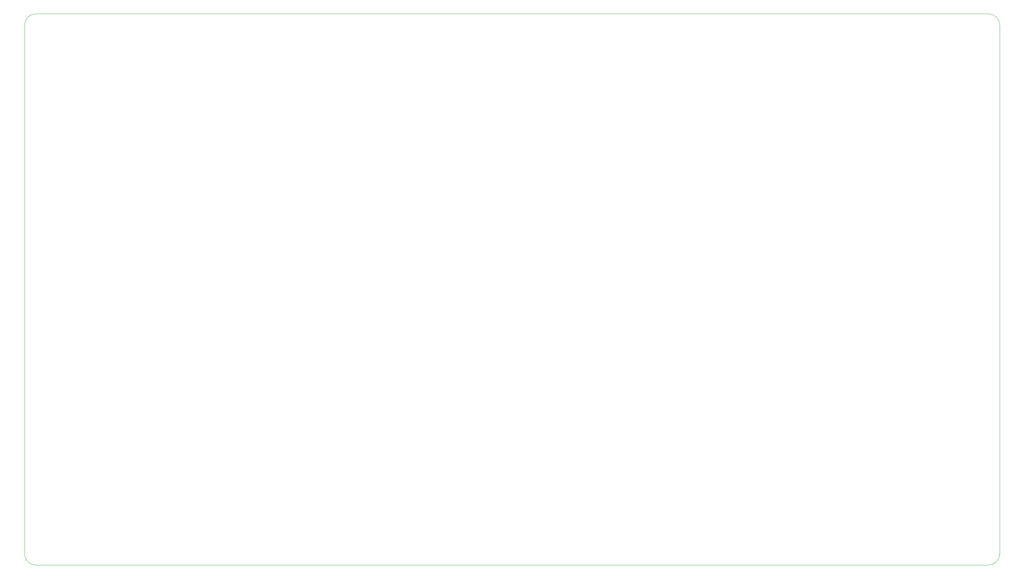
<source format=gbr>
%TF.GenerationSoftware,Altium Limited,Altium Designer,20.0.13 (296)*%
G04 Layer_Color=32896*
%FSLAX26Y26*%
%MOIN*%
%TF.FileFunction,Other,Board*%
%TF.Part,Single*%
G01*
G75*
%TA.AperFunction,NonConductor*%
%ADD54C,0.003937*%
D54*
X10314961Y0D02*
G03*
X10433071Y118110I0J118110D01*
G01*
Y5787402D02*
G03*
X10314961Y5905512I-118110J0D01*
G01*
X118110D02*
G03*
X0Y5787402I0J-118110D01*
G01*
Y118110D02*
G03*
X118110Y0I118110J0D01*
G01*
Y5905512D02*
X10314961D01*
X10433071Y118110D02*
Y5787402D01*
X0Y118110D02*
Y5787402D01*
X118110Y0D02*
X10314961D01*
%TF.MD5,157df0670b7a77c9a4de18540f000f92*%
M02*

</source>
